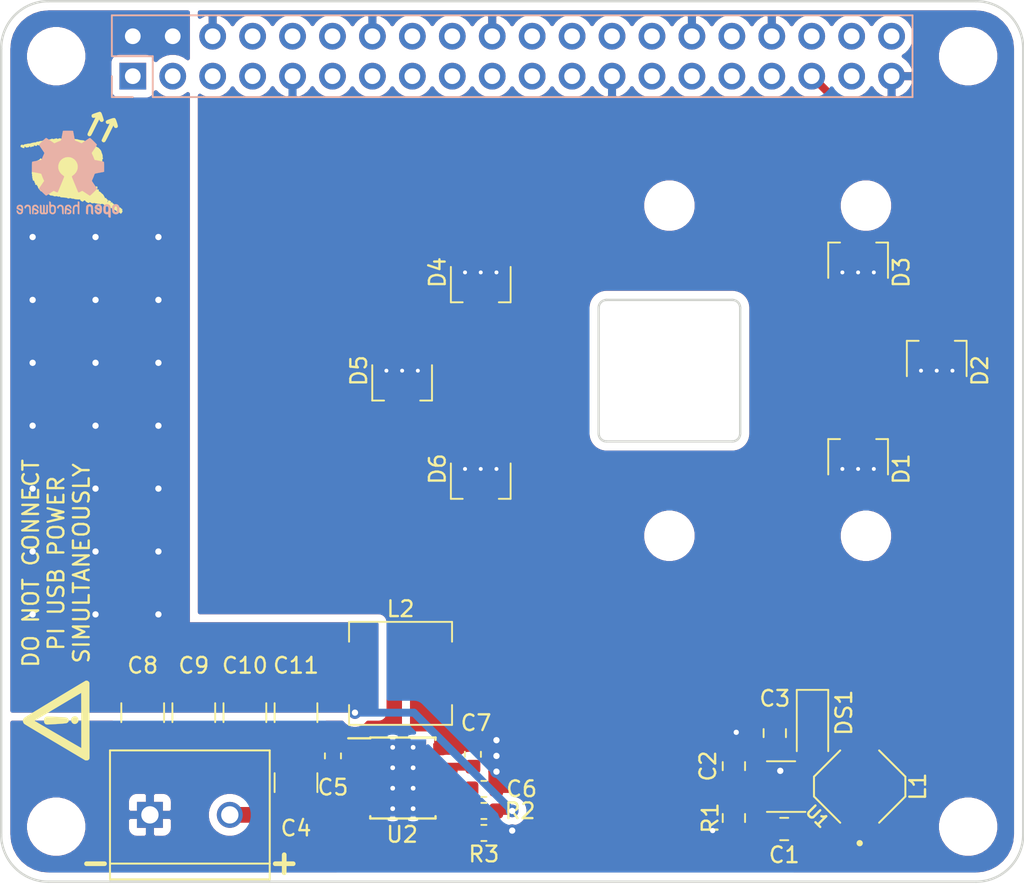
<source format=kicad_pcb>
(kicad_pcb (version 20171130) (host pcbnew 5.1.6)
  (layers (0 F.Cu signal) (31 B.Cu signal) (34 B.Paste user) (35 F.Paste user) (36 B.SilkS user) (37 F.SilkS user) (38 B.Mask user) (39 F.Mask user) (44 Edge.Cuts user))
  (net 0 "")
  (net 1 GND)
  (net 2 /Vpi)
  (net 3 /Vbat)
  (net 4 /STR1)
  (net 5 "Net-(C6-Pad1)")
  (net 6 "Net-(D3-Pad1)")
  (net 7 "Net-(D4-Pad1)")
  (net 8 "Net-(D5-Pad1)")
  (net 9 /FB1)
  (net 10 /DIM)
  (net 11 "Net-(C2-Pad1)")
  (net 12 "Net-(C7-Pad2)")
  (net 13 "Net-(C7-Pad1)")
  (net 14 "Net-(D1-Pad1)")
  (net 15 "Net-(D2-Pad1)")
  (net 16 "Net-(DS1-Pad2)")
  (net 17 "Net-(R2-Pad2)")
  (module pigmice-led-ring:glow_worm_logo (layer F.Cu) (at 154.5 60)
    (fp_text reference G*** hide)
    (fp_text value LOGO hide)
  )
  (module pigmice-led-ring:warning (layer F.Cu) (at 153.5 94.75 90)
    (fp_text reference G*** hide)
    (fp_text value LOGO hide)
  )
  (module pigmice-led-ring:LED_Cree-XP (layer F.Cu) (at 204.5 78.75 270)
    (fp_text reference D1 (at 0 -2.75 90) (layer F.SilkS))
    (fp_text value LED_PAD)
    (pad 3 thru_hole circle (at 0 1 270) (size 0.65 0.65) (drill 0.25) (layers *.Cu) (net 1 GND))
    (pad 3 thru_hole circle (at 0 0 270) (size 0.65 0.65) (drill 0.25) (layers *.Cu) (net 1 GND))
    (pad 3 thru_hole circle (at 0 -1 270) (size 0.65 0.65) (drill 0.25) (layers *.Cu) (net 1 GND))
    (pad 3 smd rect (at 0 0 270) (size 1.3 3.3) (layers F.Cu F.Mask) (net 1 GND))
    (pad 1 smd rect (at -1.4 0 270) (size 0.5 3.3) (layers F.Cu F.Paste F.Mask) (net 14 "Net-(D1-Pad1)"))
    (pad 2 smd rect (at 1.4 0 270) (size 0.5 3.3) (layers F.Cu F.Paste F.Mask) (net 4 /STR1))
  )
  (module pigmice-led-ring:LED_Cree-XP (layer F.Cu) (at 209.5 72.5 270)
    (fp_text reference D2 (at 0 -2.75 90) (layer F.SilkS))
    (fp_text value LED_PAD)
    (pad 3 thru_hole circle (at 0 1 270) (size 0.65 0.65) (drill 0.25) (layers *.Cu) (net 1 GND))
    (pad 3 thru_hole circle (at 0 0 270) (size 0.65 0.65) (drill 0.25) (layers *.Cu) (net 1 GND))
    (pad 3 thru_hole circle (at 0 -1 270) (size 0.65 0.65) (drill 0.25) (layers *.Cu) (net 1 GND))
    (pad 3 smd rect (at 0 0 270) (size 1.3 3.3) (layers F.Cu F.Mask) (net 1 GND))
    (pad 1 smd rect (at -1.4 0 270) (size 0.5 3.3) (layers F.Cu F.Paste F.Mask) (net 15 "Net-(D2-Pad1)"))
    (pad 2 smd rect (at 1.4 0 270) (size 0.5 3.3) (layers F.Cu F.Paste F.Mask) (net 14 "Net-(D1-Pad1)"))
  )
  (module pigmice-led-ring:LED_Cree-XP (layer F.Cu) (at 204.5 66.25 270)
    (fp_text reference D3 (at 0 -2.75 90) (layer F.SilkS))
    (fp_text value LED_PAD)
    (pad 3 thru_hole circle (at 0 1 270) (size 0.65 0.65) (drill 0.25) (layers *.Cu) (net 1 GND))
    (pad 3 thru_hole circle (at 0 0 270) (size 0.65 0.65) (drill 0.25) (layers *.Cu) (net 1 GND))
    (pad 3 thru_hole circle (at 0 -1 270) (size 0.65 0.65) (drill 0.25) (layers *.Cu) (net 1 GND))
    (pad 3 smd rect (at 0 0 270) (size 1.3 3.3) (layers F.Cu F.Mask) (net 1 GND))
    (pad 1 smd rect (at -1.4 0 270) (size 0.5 3.3) (layers F.Cu F.Paste F.Mask) (net 6 "Net-(D3-Pad1)"))
    (pad 2 smd rect (at 1.4 0 270) (size 0.5 3.3) (layers F.Cu F.Paste F.Mask) (net 15 "Net-(D2-Pad1)"))
  )
  (module pigmice-led-ring:LED_Cree-XP (layer F.Cu) (at 180.5 66.25 90)
    (fp_text reference D4 (at 0 -2.75 90) (layer F.SilkS))
    (fp_text value LED_PAD)
    (pad 3 thru_hole circle (at 0 1 90) (size 0.65 0.65) (drill 0.25) (layers *.Cu) (net 1 GND))
    (pad 3 thru_hole circle (at 0 0 90) (size 0.65 0.65) (drill 0.25) (layers *.Cu) (net 1 GND))
    (pad 3 thru_hole circle (at 0 -1 90) (size 0.65 0.65) (drill 0.25) (layers *.Cu) (net 1 GND))
    (pad 3 smd rect (at 0 0 90) (size 1.3 3.3) (layers F.Cu F.Mask) (net 1 GND))
    (pad 1 smd rect (at -1.4 0 90) (size 0.5 3.3) (layers F.Cu F.Paste F.Mask) (net 7 "Net-(D4-Pad1)"))
    (pad 2 smd rect (at 1.4 0 90) (size 0.5 3.3) (layers F.Cu F.Paste F.Mask) (net 6 "Net-(D3-Pad1)"))
  )
  (module pigmice-led-ring:LED_Cree-XP (layer F.Cu) (at 175.499999 72.5 90)
    (fp_text reference D5 (at 0 -2.75 90) (layer F.SilkS))
    (fp_text value LED_PAD)
    (pad 3 thru_hole circle (at 0 1 90) (size 0.65 0.65) (drill 0.25) (layers *.Cu) (net 1 GND))
    (pad 3 thru_hole circle (at 0 0 90) (size 0.65 0.65) (drill 0.25) (layers *.Cu) (net 1 GND))
    (pad 3 thru_hole circle (at 0 -1 90) (size 0.65 0.65) (drill 0.25) (layers *.Cu) (net 1 GND))
    (pad 3 smd rect (at 0 0 90) (size 1.3 3.3) (layers F.Cu F.Mask) (net 1 GND))
    (pad 1 smd rect (at -1.4 0 90) (size 0.5 3.3) (layers F.Cu F.Paste F.Mask) (net 8 "Net-(D5-Pad1)"))
    (pad 2 smd rect (at 1.4 0 90) (size 0.5 3.3) (layers F.Cu F.Paste F.Mask) (net 7 "Net-(D4-Pad1)"))
  )
  (module pigmice-led-ring:LED_Cree-XP (layer F.Cu) (at 180.5 78.75 90)
    (fp_text reference D6 (at 0 -2.75 90) (layer F.SilkS))
    (fp_text value LED_PAD)
    (pad 3 thru_hole circle (at 0 1 90) (size 0.65 0.65) (drill 0.25) (layers *.Cu) (net 1 GND))
    (pad 3 thru_hole circle (at 0 0 90) (size 0.65 0.65) (drill 0.25) (layers *.Cu) (net 1 GND))
    (pad 3 thru_hole circle (at 0 -1 90) (size 0.65 0.65) (drill 0.25) (layers *.Cu) (net 1 GND))
    (pad 3 smd rect (at 0 0 90) (size 1.3 3.3) (layers F.Cu F.Mask) (net 1 GND))
    (pad 1 smd rect (at -1.4 0 90) (size 0.5 3.3) (layers F.Cu F.Paste F.Mask) (net 9 /FB1))
    (pad 2 smd rect (at 1.4 0 90) (size 0.5 3.3) (layers F.Cu F.Paste F.Mask) (net 8 "Net-(D5-Pad1)"))
  )
  (module Symbol:OSHW-Logo2_7.3x6mm_SilkScreen (layer B.Cu) (at 154.25 60 180)
    (fp_text reference REF** hide)
    (fp_text value OSHW-Logo2_7.3x6mm_SilkScreen hide)
  )
  (module MountingHole:MountingHole_2.2mm_M2 (layer F.Cu) (at 192.5 83)
    (fp_text reference REF** hide)
    (fp_text value MountingHole_2.2mm_M2)
    (pad 1 np_thru_hole circle (at 0 0) (size 2.2 2.2) (drill 2.2) (layers *.Cu *.Mask))
  )
  (module MountingHole:MountingHole_2.2mm_M2 (layer F.Cu) (at 205 83)
    (fp_text reference REF** hide)
    (fp_text value MountingHole_2.2mm_M2)
    (pad 1 np_thru_hole circle (at 0 0) (size 2.2 2.2) (drill 2.2) (layers *.Cu *.Mask))
  )
  (module MountingHole:MountingHole_2.2mm_M2 (layer F.Cu) (at 205 62)
    (fp_text reference REF** hide)
    (fp_text value MountingHole_2.2mm_M2)
    (pad 1 np_thru_hole circle (at 0 0) (size 2.2 2.2) (drill 2.2) (layers *.Cu *.Mask))
  )
  (module MountingHole:MountingHole_2.2mm_M2 (layer F.Cu) (at 192.5 62)
    (fp_text reference REF** hide)
    (fp_text value MountingHole_2.2mm_M2)
    (pad 1 np_thru_hole circle (at 0 0) (size 2.2 2.2) (drill 2.2) (layers *.Cu *.Mask))
  )
  (module MountingHole:MountingHole_2.7mm_M2.5 (layer F.Cu) (at 153.5 52.5)
    (fp_text reference REF** hide)
    (fp_text value MountingHole_2.7mm_M2.5)
    (pad 1 np_thru_hole circle (at 0 0) (size 2.7 2.7) (drill 2.7) (layers *.Cu *.Mask))
  )
  (module MountingHole:MountingHole_2.7mm_M2.5 (layer F.Cu) (at 211.5 52.5)
    (fp_text reference REF** hide)
    (fp_text value MountingHole_2.7mm_M2.5)
    (pad 1 np_thru_hole circle (at 0 0) (size 2.7 2.7) (drill 2.7) (layers *.Cu *.Mask))
  )
  (module MountingHole:MountingHole_2.7mm_M2.5 (layer F.Cu) (at 211.5 101.5)
    (fp_text reference REF** hide)
    (fp_text value MountingHole_2.7mm_M2.5)
    (pad 1 np_thru_hole circle (at 0 0) (size 2.7 2.7) (drill 2.7) (layers *.Cu *.Mask))
  )
  (module MountingHole:MountingHole_2.7mm_M2.5 (layer F.Cu) (at 153.5 101.5)
    (fp_text reference REF** hide)
    (fp_text value MountingHole_2.7mm_M2.5)
    (pad 1 np_thru_hole circle (at 0 0) (size 2.7 2.7) (drill 2.7) (layers *.Cu *.Mask))
  )
  (module Package_SO:Texas_HSOP-8-1EP_3.9x4.9mm_P1.27mm_ThermalVias (layer F.Cu) (at 175.55 98.405)
    (fp_text reference U2 (at -0.05 3.595) (layer F.SilkS))
    (fp_text value LMR33630)
    (pad 9 thru_hole circle (at 0.65 1.95) (size 0.6 0.6) (drill 0.3) (layers *.Cu) (net 1 GND))
    (pad 9 thru_hole circle (at 0.65 0.65) (size 0.6 0.6) (drill 0.3) (layers *.Cu) (net 1 GND))
    (pad 9 thru_hole circle (at -0.65 0.65) (size 0.6 0.6) (drill 0.3) (layers *.Cu) (net 1 GND))
    (pad 9 thru_hole circle (at -0.65 1.95) (size 0.6 0.6) (drill 0.3) (layers *.Cu) (net 1 GND))
    (pad 9 thru_hole circle (at 0.65 -1.95) (size 0.6 0.6) (drill 0.3) (layers *.Cu) (net 1 GND))
    (pad 9 thru_hole circle (at 0.65 -0.65) (size 0.6 0.6) (drill 0.3) (layers *.Cu) (net 1 GND))
    (pad 9 thru_hole circle (at -0.65 -0.65) (size 0.6 0.6) (drill 0.3) (layers *.Cu) (net 1 GND))
    (pad 9 thru_hole circle (at -0.65 -1.95) (size 0.6 0.6) (drill 0.3) (layers *.Cu) (net 1 GND))
    (pad 8 smd rect (at 2.7 -1.905) (size 1.55 0.6) (layers F.Cu F.Paste F.Mask) (net 12 "Net-(C7-Pad2)"))
    (pad 7 smd rect (at 2.7 -0.635) (size 1.55 0.6) (layers F.Cu F.Paste F.Mask) (net 13 "Net-(C7-Pad1)"))
    (pad 6 smd rect (at 2.7 0.635) (size 1.55 0.6) (layers F.Cu F.Paste F.Mask) (net 5 "Net-(C6-Pad1)"))
    (pad 5 smd rect (at 2.7 1.905) (size 1.55 0.6) (layers F.Cu F.Paste F.Mask) (net 17 "Net-(R2-Pad2)"))
    (pad 4 smd rect (at -2.7 1.905) (size 1.55 0.6) (layers F.Cu F.Paste F.Mask))
    (pad 3 smd rect (at -2.7 0.635) (size 1.55 0.6) (layers F.Cu F.Paste F.Mask) (net 3 /Vbat))
    (pad 2 smd rect (at -2.7 -0.635) (size 1.55 0.6) (layers F.Cu F.Paste F.Mask) (net 3 /Vbat))
    (pad 1 smd rect (at -2.7 -1.905) (size 1.55 0.6) (layers F.Cu F.Paste F.Mask) (net 1 GND))
    (pad 9 smd rect (at 0 0) (size 2.95 4.9) (layers B.Cu) (net 1 GND))
    (pad 9 smd rect (at 0 0) (size 2.95 4.9) (layers F.Cu) (net 1 GND))
  )
  (module Connector_PinSocket_2.54mm:PinSocket_2x20_P2.54mm_Vertical (layer B.Cu) (at 182.5 52.5 270)
    (fp_text reference J1 hide)
    (fp_text value Conn_02x20_Odd_Even hide)
    (pad 40 thru_hole oval (at -1.27 -24.13 270) (size 1.7 1.7) (drill 1) (layers *.Cu *.Mask))
    (pad 39 thru_hole oval (at 1.27 -24.13 270) (size 1.7 1.7) (drill 1) (layers *.Cu *.Mask) (net 1 GND))
    (pad 38 thru_hole oval (at -1.27 -21.59 270) (size 1.7 1.7) (drill 1) (layers *.Cu *.Mask))
    (pad 37 thru_hole oval (at 1.27 -21.59 270) (size 1.7 1.7) (drill 1) (layers *.Cu *.Mask))
    (pad 36 thru_hole oval (at -1.27 -19.05 270) (size 1.7 1.7) (drill 1) (layers *.Cu *.Mask))
    (pad 35 thru_hole oval (at 1.27 -19.05 270) (size 1.7 1.7) (drill 1) (layers *.Cu *.Mask) (net 10 /DIM))
    (pad 34 thru_hole oval (at -1.27 -16.51 270) (size 1.7 1.7) (drill 1) (layers *.Cu *.Mask) (net 1 GND))
    (pad 33 thru_hole oval (at 1.27 -16.51 270) (size 1.7 1.7) (drill 1) (layers *.Cu *.Mask))
    (pad 32 thru_hole oval (at -1.27 -13.97 270) (size 1.7 1.7) (drill 1) (layers *.Cu *.Mask))
    (pad 31 thru_hole oval (at 1.27 -13.97 270) (size 1.7 1.7) (drill 1) (layers *.Cu *.Mask))
    (pad 30 thru_hole oval (at -1.27 -11.43 270) (size 1.7 1.7) (drill 1) (layers *.Cu *.Mask) (net 1 GND))
    (pad 29 thru_hole oval (at 1.27 -11.43 270) (size 1.7 1.7) (drill 1) (layers *.Cu *.Mask))
    (pad 28 thru_hole oval (at -1.27 -8.89 270) (size 1.7 1.7) (drill 1) (layers *.Cu *.Mask))
    (pad 27 thru_hole oval (at 1.27 -8.89 270) (size 1.7 1.7) (drill 1) (layers *.Cu *.Mask))
    (pad 26 thru_hole oval (at -1.27 -6.35 270) (size 1.7 1.7) (drill 1) (layers *.Cu *.Mask))
    (pad 25 thru_hole oval (at 1.27 -6.35 270) (size 1.7 1.7) (drill 1) (layers *.Cu *.Mask) (net 1 GND))
    (pad 24 thru_hole oval (at -1.27 -3.81 270) (size 1.7 1.7) (drill 1) (layers *.Cu *.Mask))
    (pad 23 thru_hole oval (at 1.27 -3.81 270) (size 1.7 1.7) (drill 1) (layers *.Cu *.Mask))
    (pad 22 thru_hole oval (at -1.27 -1.27 270) (size 1.7 1.7) (drill 1) (layers *.Cu *.Mask))
    (pad 21 thru_hole oval (at 1.27 -1.27 270) (size 1.7 1.7) (drill 1) (layers *.Cu *.Mask))
    (pad 20 thru_hole oval (at -1.27 1.27 270) (size 1.7 1.7) (drill 1) (layers *.Cu *.Mask) (net 1 GND))
    (pad 19 thru_hole oval (at 1.27 1.27 270) (size 1.7 1.7) (drill 1) (layers *.Cu *.Mask))
    (pad 18 thru_hole oval (at -1.27 3.81 270) (size 1.7 1.7) (drill 1) (layers *.Cu *.Mask))
    (pad 17 thru_hole oval (at 1.27 3.81 270) (size 1.7 1.7) (drill 1) (layers *.Cu *.Mask))
    (pad 16 thru_hole oval (at -1.27 6.35 270) (size 1.7 1.7) (drill 1) (layers *.Cu *.Mask))
    (pad 15 thru_hole oval (at 1.27 6.35 270) (size 1.7 1.7) (drill 1) (layers *.Cu *.Mask))
    (pad 14 thru_hole oval (at -1.27 8.89 270) (size 1.7 1.7) (drill 1) (layers *.Cu *.Mask) (net 1 GND))
    (pad 13 thru_hole oval (at 1.27 8.89 270) (size 1.7 1.7) (drill 1) (layers *.Cu *.Mask))
    (pad 12 thru_hole oval (at -1.27 11.43 270) (size 1.7 1.7) (drill 1) (layers *.Cu *.Mask))
    (pad 11 thru_hole oval (at 1.27 11.43 270) (size 1.7 1.7) (drill 1) (layers *.Cu *.Mask))
    (pad 10 thru_hole oval (at -1.27 13.97 270) (size 1.7 1.7) (drill 1) (layers *.Cu *.Mask))
    (pad 9 thru_hole oval (at 1.27 13.97 270) (size 1.7 1.7) (drill 1) (layers *.Cu *.Mask) (net 1 GND))
    (pad 8 thru_hole oval (at -1.27 16.51 270) (size 1.7 1.7) (drill 1) (layers *.Cu *.Mask))
    (pad 7 thru_hole oval (at 1.27 16.51 270) (size 1.7 1.7) (drill 1) (layers *.Cu *.Mask))
    (pad 6 thru_hole oval (at -1.27 19.05 270) (size 1.7 1.7) (drill 1) (layers *.Cu *.Mask) (net 1 GND))
    (pad 5 thru_hole oval (at 1.27 19.05 270) (size 1.7 1.7) (drill 1) (layers *.Cu *.Mask))
    (pad 4 thru_hole oval (at -1.27 21.59 270) (size 1.7 1.7) (drill 1) (layers *.Cu *.Mask) (net 2 /Vpi))
    (pad 3 thru_hole oval (at 1.27 21.59 270) (size 1.7 1.7) (drill 1) (layers *.Cu *.Mask))
    (pad 2 thru_hole oval (at -1.27 24.13 270) (size 1.7 1.7) (drill 1) (layers *.Cu *.Mask) (net 2 /Vpi))
    (pad 1 thru_hole rect (at 1.27 24.13 270) (size 1.7 1.7) (drill 1) (layers *.Cu *.Mask))
  )
  (module Capacitor_SMD:C_0805_2012Metric (layer F.Cu) (at 199.8 101.65 180)
    (fp_text reference C1 (at 0 -1.65) (layer F.SilkS))
    (fp_text value 4.7uF)
    (pad 1 smd roundrect (at -0.9375 0 180) (size 0.975 1.4) (layers F.Cu F.Paste F.Mask) (net 3 /Vbat))
    (pad 2 smd roundrect (at 0.9375 0 180) (size 0.975 1.4) (layers F.Cu F.Paste F.Mask) (net 1 GND))
  )
  (module Capacitor_SMD:C_0805_2012Metric (layer F.Cu) (at 199.2 95.55 270)
    (fp_text reference C3 (at -2.2 0 180) (layer F.SilkS))
    (fp_text value 1uF)
    (pad 2 smd roundrect (at 0.9375 0 270) (size 0.975 1.4) (layers F.Cu F.Paste F.Mask) (net 1 GND))
    (pad 1 smd roundrect (at -0.9375 0 270) (size 0.975 1.4) (layers F.Cu F.Paste F.Mask) (net 4 /STR1))
  )
  (module Capacitor_SMD:C_0805_2012Metric (layer F.Cu) (at 196.600001 97.65 90)
    (fp_text reference C2 (at 0 -1.65 90) (layer F.SilkS))
    (fp_text value 220nF)
    (pad 1 smd roundrect (at -0.9375 0 90) (size 0.975 1.4) (layers F.Cu F.Paste F.Mask) (net 11 "Net-(C2-Pad1)"))
    (pad 2 smd roundrect (at 0.9375 0 90) (size 0.975 1.4) (layers F.Cu F.Paste F.Mask) (net 1 GND))
  )
  (module Capacitor_SMD:C_1210_3225Metric (layer F.Cu) (at 168.75 98.7 90)
    (fp_text reference C4 (at -2.9 0 180) (layer F.SilkS))
    (fp_text value 10uF)
    (pad 2 smd roundrect (at 1.4 0 90) (size 1.25 2.65) (layers F.Cu F.Paste F.Mask) (roundrect_rratio 0.2) (net 1 GND))
    (pad 1 smd roundrect (at -1.4 0 90) (size 1.25 2.65) (layers F.Cu F.Paste F.Mask) (roundrect_rratio 0.2) (net 3 /Vbat))
  )
  (module Capacitor_SMD:C_0603_1608Metric (layer F.Cu) (at 171.1 97 90)
    (fp_text reference C5 (at -2 0 180) (layer F.SilkS))
    (fp_text value 220nF)
    (pad 2 smd roundrect (at 0.7875 0 90) (size 0.875 0.95) (layers F.Cu F.Paste F.Mask) (net 1 GND))
    (pad 1 smd roundrect (at -0.7875 0 90) (size 0.875 0.95) (layers F.Cu F.Paste F.Mask) (net 3 /Vbat))
  )
  (module Capacitor_SMD:C_0603_1608Metric (layer F.Cu) (at 180.7 99.1)
    (fp_text reference C6 (at 2.4 0) (layer F.SilkS))
    (fp_text value 1uF)
    (pad 1 smd roundrect (at -0.7875 0) (size 0.875 0.95) (layers F.Cu F.Paste F.Mask) (net 5 "Net-(C6-Pad1)"))
    (pad 2 smd roundrect (at 0.7875 0) (size 0.875 0.95) (layers F.Cu F.Paste F.Mask) (net 1 GND))
  )
  (module Capacitor_SMD:C_0603_1608Metric (layer F.Cu) (at 180 96.9 90)
    (fp_text reference C7 (at 2 0.2 180) (layer F.SilkS))
    (fp_text value 0.1uF)
    (pad 2 smd roundrect (at 0.7875 0 90) (size 0.875 0.95) (layers F.Cu F.Paste F.Mask) (net 12 "Net-(C7-Pad2)"))
    (pad 1 smd roundrect (at -0.7875 0 90) (size 0.875 0.95) (layers F.Cu F.Paste F.Mask) (net 13 "Net-(C7-Pad1)"))
  )
  (module Capacitor_SMD:C_1210_3225Metric (layer F.Cu) (at 159 94.25 270)
    (fp_text reference C8 (at -3 0 180) (layer F.SilkS))
    (fp_text value 22uF)
    (pad 2 smd roundrect (at 1.4 0 270) (size 1.25 2.65) (layers F.Cu F.Paste F.Mask) (roundrect_rratio 0.2) (net 1 GND))
    (pad 1 smd roundrect (at -1.4 0 270) (size 1.25 2.65) (layers F.Cu F.Paste F.Mask) (roundrect_rratio 0.2) (net 2 /Vpi))
  )
  (module Capacitor_SMD:C_1210_3225Metric (layer F.Cu) (at 162.25 94.25 270)
    (fp_text reference C9 (at -3 0 180) (layer F.SilkS))
    (fp_text value 22uF)
    (pad 1 smd roundrect (at -1.4 0 270) (size 1.25 2.65) (layers F.Cu F.Paste F.Mask) (roundrect_rratio 0.2) (net 2 /Vpi))
    (pad 2 smd roundrect (at 1.4 0 270) (size 1.25 2.65) (layers F.Cu F.Paste F.Mask) (roundrect_rratio 0.2) (net 1 GND))
  )
  (module Capacitor_SMD:C_1210_3225Metric (layer F.Cu) (at 165.5 94.25 270)
    (fp_text reference C10 (at -3 0 180) (layer F.SilkS))
    (fp_text value 22uF)
    (pad 2 smd roundrect (at 1.4 0 270) (size 1.25 2.65) (layers F.Cu F.Paste F.Mask) (roundrect_rratio 0.2) (net 1 GND))
    (pad 1 smd roundrect (at -1.4 0 270) (size 1.25 2.65) (layers F.Cu F.Paste F.Mask) (roundrect_rratio 0.2) (net 2 /Vpi))
  )
  (module Capacitor_SMD:C_1210_3225Metric (layer F.Cu) (at 168.75 94.25 270)
    (fp_text reference C11 (at -3 0 180) (layer F.SilkS))
    (fp_text value 22uF)
    (pad 1 smd roundrect (at -1.4 0 270) (size 1.25 2.65) (layers F.Cu F.Paste F.Mask) (roundrect_rratio 0.2) (net 2 /Vpi))
    (pad 2 smd roundrect (at 1.4 0 270) (size 1.25 2.65) (layers F.Cu F.Paste F.Mask) (roundrect_rratio 0.2) (net 1 GND))
  )
  (module Diode_SMD:D_SOD-123 (layer F.Cu) (at 201.6 95.05 270)
    (fp_text reference DS1 (at -0.8 -2 90) (layer F.SilkS))
    (fp_text value D_Schottky)
    (pad 1 smd rect (at -1.65 0 270) (size 0.9 1.2) (layers F.Cu F.Paste F.Mask) (net 4 /STR1))
    (pad 2 smd rect (at 1.65 0 270) (size 0.9 1.2) (layers F.Cu F.Paste F.Mask) (net 16 "Net-(DS1-Pad2)"))
  )
  (module Inductor_SMD:L_Vishay_IHLP-2525 (layer F.Cu) (at 175.4 91.75 180)
    (fp_text reference L2 (at 0 4.1) (layer F.SilkS))
    (fp_text value 8.2uH)
    (pad 2 smd rect (at 2.921 0 180) (size 2.413 3.429) (layers F.Cu F.Paste F.Mask) (net 2 /Vpi))
    (pad 1 smd rect (at -2.921 0 180) (size 2.413 3.429) (layers F.Cu F.Paste F.Mask) (net 12 "Net-(C7-Pad2)"))
  )
  (module Resistor_SMD:R_0805_2012Metric (layer F.Cu) (at 196.6 100.95 270)
    (fp_text reference R1 (at 0 1.5 90) (layer F.SilkS))
    (fp_text value 0.56Ω)
    (pad 2 smd roundrect (at 0.9375 0 270) (size 0.975 1.4) (layers F.Cu F.Paste F.Mask) (net 1 GND))
    (pad 1 smd roundrect (at -0.9375 0 270) (size 0.975 1.4) (layers F.Cu F.Paste F.Mask) (net 9 /FB1))
  )
  (module Resistor_SMD:R_0603_1608Metric (layer F.Cu) (at 180.7 100.5 180)
    (fp_text reference R2 (at -2.3 0) (layer F.SilkS))
    (fp_text value 100k)
    (pad 1 smd roundrect (at -0.7875 0 180) (size 0.875 0.95) (layers F.Cu F.Paste F.Mask) (net 2 /Vpi))
    (pad 2 smd roundrect (at 0.7875 0 180) (size 0.875 0.95) (layers F.Cu F.Paste F.Mask) (net 17 "Net-(R2-Pad2)"))
  )
  (module Resistor_SMD:R_0603_1608Metric (layer F.Cu) (at 180.7 101.9)
    (fp_text reference R3 (at 0 1.35) (layer F.SilkS))
    (fp_text value 24.9k)
    (pad 1 smd roundrect (at -0.7875 0) (size 0.875 0.95) (layers F.Cu F.Paste F.Mask) (net 17 "Net-(R2-Pad2)"))
    (pad 2 smd roundrect (at 0.7875 0) (size 0.875 0.95) (layers F.Cu F.Paste F.Mask) (net 1 GND))
  )
  (module Package_TO_SOT_SMD:SOT-23-6 (layer F.Cu) (at 199.6 98.95 180)
    (fp_text reference U1 (at -2.3 -1.9 135) (layer F.SilkS) (effects (font (size 0.75 0.75))))
    (fp_text value TPS61165)
    (pad 5 smd rect (at 1.1 0 180) (size 1.06 0.65) (layers F.Cu F.Paste F.Mask) (net 11 "Net-(C2-Pad1)"))
    (pad 6 smd rect (at 1.1 -0.95 180) (size 1.06 0.65) (layers F.Cu F.Paste F.Mask) (net 9 /FB1))
    (pad 4 smd rect (at 1.1 0.95 180) (size 1.06 0.65) (layers F.Cu F.Paste F.Mask) (net 1 GND))
    (pad 3 smd rect (at -1.1 0.95 180) (size 1.06 0.65) (layers F.Cu F.Paste F.Mask) (net 16 "Net-(DS1-Pad2)"))
    (pad 2 smd rect (at -1.1 0 180) (size 1.06 0.65) (layers F.Cu F.Paste F.Mask) (net 10 /DIM))
    (pad 1 smd rect (at -1.1 -0.95 180) (size 1.06 0.65) (layers F.Cu F.Paste F.Mask) (net 3 /Vbat))
  )
  (module pigmice-led-ring:TE_282837-2 (layer F.Cu) (at 162 100.75)
    (fp_text reference J2 hide)
    (fp_text value Conn_01x02_Female)
    (pad 1 thru_hole rect (at -2.54 0) (size 1.65 1.65) (drill 1.1) (layers *.Cu *.Mask) (net 1 GND))
    (pad 2 thru_hole circle (at 2.54 0) (size 1.65 1.65) (drill 1.1) (layers *.Cu *.Mask) (net 3 /Vbat))
  )
  (module pigmice-led-ring:IND_#A915AY-100M=P3 (layer F.Cu) (at 204.6 98.95 90)
    (fp_text reference L1 (at 0 3.7 270) (layer F.SilkS))
    (fp_text value 10uH)
    (pad 1 smd rect (at -2.5 0 90) (size 1 2) (layers F.Cu F.Paste F.Mask) (net 3 /Vbat))
    (pad 2 smd rect (at 2.5 0 90) (size 1 2) (layers F.Cu F.Paste F.Mask) (net 16 "Net-(DS1-Pad2)"))
  )
  (gr_text "DO NOT CONNECT\nPI USB POWER\nSIMULTANEOUSLY" (at 153.5 84.75 90) (layer F.SilkS) (effects (font (size 1 1))))
  (gr_arc (start 188.5 76.5) (end 188 76.5) (angle -90) (layer Edge.Cuts) (width 0.15))
  (gr_arc (start 196.5 76.5) (end 196.5 77) (angle -90) (layer Edge.Cuts) (width 0.15))
  (gr_arc (start 196.5 68.5) (end 197 68.5) (angle -90) (layer Edge.Cuts) (width 0.15))
  (gr_arc (start 188.5 68.5) (end 188.5 68) (angle -90) (layer Edge.Cuts) (width 0.15))
  (gr_text - (at 156 103.75) (layer F.SilkS) (effects (font (size 1.5 1.5) (thickness 0.3))))
  (gr_text + (at 168 103.75) (layer F.SilkS) (effects (font (size 1.5 1.5) (thickness 0.3))))
  (gr_line (start 215 52) (end 215 102) (layer Edge.Cuts) (width 0.15))
  (gr_line (start 150 52) (end 150 102) (layer Edge.Cuts) (width 0.15))
  (gr_line (start 188 76.5) (end 188 68.5) (layer Edge.Cuts) (width 0.15))
  (gr_line (start 196.5 77) (end 188.5 77) (layer Edge.Cuts) (width 0.15))
  (gr_line (start 197 68.5) (end 197 76.5) (layer Edge.Cuts) (width 0.15))
  (gr_line (start 188.5 68) (end 196.5 68) (layer Edge.Cuts) (width 0.15))
  (gr_arc (start 153 102) (end 150 102) (angle -90) (layer Edge.Cuts) (width 0.15))
  (gr_line (start 212 105) (end 153 105) (layer Edge.Cuts) (width 0.15))
  (gr_arc (start 212 102) (end 212 105) (angle -90) (layer Edge.Cuts) (width 0.15))
  (gr_arc (start 212 52) (end 215 52) (angle -90) (layer Edge.Cuts) (width 0.15))
  (gr_line (start 153 49) (end 212 49) (layer Edge.Cuts) (width 0.15))
  (gr_arc (start 153 52) (end 153 49) (angle -90) (layer Edge.Cuts) (width 0.15))
  (via (at 181.5 98) (size 0.8) (drill 0.4) (layers F.Cu B.Cu) (net 1))
  (segment (start 181.4875 99.1) (end 181.4875 98.0125) (width 1) (layer F.Cu) (net 1))
  (segment (start 181.4875 98.0125) (end 181.5 98) (width 1) (layer F.Cu) (net 1))
  (via (at 181.5 97) (size 0.8) (drill 0.4) (layers F.Cu B.Cu) (net 1))
  (via (at 181.5 96) (size 0.8) (drill 0.4) (layers F.Cu B.Cu) (net 1))
  (segment (start 181.5 98) (end 181.5 97) (width 1) (layer F.Cu) (net 1))
  (segment (start 181.5 96) (end 181.5 97) (width 1) (layer F.Cu) (net 1))
  (via (at 199.55 97.95) (size 0.8) (drill 0.4) (layers F.Cu B.Cu) (net 1))
  (segment (start 199.5 98) (end 199.55 97.95) (width 0.5) (layer F.Cu) (net 1))
  (segment (start 198.5 98) (end 199.5 98) (width 0.5) (layer F.Cu) (net 1))
  (segment (start 199.55 96.8375) (end 199.2 96.4875) (width 0.5) (layer F.Cu) (net 1))
  (segment (start 199.55 97.95) (end 199.55 96.8375) (width 0.5) (layer F.Cu) (net 1))
  (segment (start 198.8625 101.65) (end 199.55 100.9625) (width 0.5) (layer F.Cu) (net 1))
  (segment (start 181.4875 101.9) (end 182.35 101.9) (width 0.75) (layer F.Cu) (net 1))
  (segment (start 182.35 101.9) (end 182.5 101.75) (width 0.75) (layer F.Cu) (net 1))
  (via (at 182.5 101.75) (size 0.8) (drill 0.4) (layers F.Cu B.Cu) (net 1))
  (segment (start 199.55 97.95) (end 199.55 100.9625) (width 0.5) (layer F.Cu) (net 1))
  (segment (start 198.625 101.8875) (end 198.8625 101.65) (width 0.5) (layer F.Cu) (net 1))
  (segment (start 196.6 101.8875) (end 198.625 101.8875) (width 0.5) (layer F.Cu) (net 1))
  (via (at 195.25 101.75) (size 0.6858) (drill 0.3302) (layers F.Cu B.Cu) (net 1))
  (segment (start 195.3875 101.8875) (end 195.25 101.75) (width 0.5) (layer F.Cu) (net 1))
  (segment (start 196.6 101.8875) (end 195.3875 101.8875) (width 0.5) (layer F.Cu) (net 1))
  (segment (start 196.825001 96.4875) (end 196.600001 96.7125) (width 0.5) (layer F.Cu) (net 1))
  (segment (start 199.2 96.4875) (end 196.825001 96.4875) (width 0.5) (layer F.Cu) (net 1))
  (via (at 196.75 95.5) (size 0.6858) (drill 0.3302) (layers F.Cu B.Cu) (net 1))
  (segment (start 196.600001 95.649999) (end 196.75 95.5) (width 0.5) (layer F.Cu) (net 1))
  (segment (start 196.600001 96.7125) (end 196.600001 95.649999) (width 0.5) (layer F.Cu) (net 1))
  (segment (start 197.2125 96.7125) (end 198.5 98) (width 0.5) (layer F.Cu) (net 1))
  (segment (start 196.600001 96.7125) (end 197.2125 96.7125) (width 0.5) (layer F.Cu) (net 1))
  (via (at 172.5 94.25) (size 0.8) (drill 0.4) (layers F.Cu B.Cu) (net 2))
  (segment (start 172.479 91.75) (end 172.479 94.229) (width 0.5) (layer F.Cu) (net 2))
  (segment (start 172.479 94.229) (end 172.5 94.25) (width 0.5) (layer F.Cu) (net 2))
  (via (at 182.5 100.5) (size 0.8) (drill 0.4) (layers F.Cu B.Cu) (net 2))
  (segment (start 172.5 94.25) (end 176.25 94.25) (width 0.5) (layer B.Cu) (net 2))
  (segment (start 176.25 94.25) (end 182.5 100.5) (width 0.5) (layer B.Cu) (net 2))
  (segment (start 182.5 100.5) (end 181.4875 100.5) (width 0.5) (layer F.Cu) (net 2))
  (via (at 160 88) (size 0.8) (drill 0.4) (layers F.Cu B.Cu) (net 2))
  (via (at 152 88) (size 0.8) (drill 0.4) (layers F.Cu B.Cu) (net 2))
  (via (at 156 88) (size 0.8) (drill 0.4) (layers F.Cu B.Cu) (net 2))
  (via (at 156 84) (size 0.8) (drill 0.4) (layers F.Cu B.Cu) (net 2))
  (via (at 160 84) (size 0.8) (drill 0.4) (layers F.Cu B.Cu) (net 2))
  (via (at 152 80) (size 0.8) (drill 0.4) (layers F.Cu B.Cu) (net 2))
  (via (at 156 80) (size 0.8) (drill 0.4) (layers F.Cu B.Cu) (net 2))
  (via (at 152 84) (size 0.8) (drill 0.4) (layers F.Cu B.Cu) (net 2))
  (via (at 160 80) (size 0.8) (drill 0.4) (layers F.Cu B.Cu) (net 2))
  (via (at 160 76) (size 0.8) (drill 0.4) (layers F.Cu B.Cu) (net 2))
  (via (at 156 76) (size 0.8) (drill 0.4) (layers F.Cu B.Cu) (net 2))
  (via (at 152 76) (size 0.8) (drill 0.4) (layers F.Cu B.Cu) (net 2))
  (via (at 152 72) (size 0.8) (drill 0.4) (layers F.Cu B.Cu) (net 2))
  (via (at 156 72) (size 0.8) (drill 0.4) (layers F.Cu B.Cu) (net 2))
  (via (at 160 72) (size 0.8) (drill 0.4) (layers F.Cu B.Cu) (net 2))
  (via (at 152 68) (size 0.8) (drill 0.4) (layers F.Cu B.Cu) (net 2))
  (via (at 156 68) (size 0.8) (drill 0.4) (layers F.Cu B.Cu) (net 2))
  (via (at 160 68) (size 0.8) (drill 0.4) (layers F.Cu B.Cu) (net 2))
  (via (at 160 64) (size 0.8) (drill 0.4) (layers F.Cu B.Cu) (net 2))
  (via (at 156 64) (size 0.8) (drill 0.4) (layers F.Cu B.Cu) (net 2))
  (via (at 152 64) (size 0.8) (drill 0.4) (layers F.Cu B.Cu) (net 2))
  (segment (start 200.7375 99.9375) (end 200.7 99.9) (width 0.75) (layer F.Cu) (net 3))
  (segment (start 200.7375 101.65) (end 200.7375 99.9375) (width 0.75) (layer F.Cu) (net 3))
  (segment (start 169.81 99.04) (end 172.85 99.04) (width 1) (layer F.Cu) (net 3))
  (segment (start 168.75 100.1) (end 169.81 99.04) (width 1) (layer F.Cu) (net 3))
  (segment (start 172.8325 97.7875) (end 172.85 97.77) (width 0.75) (layer F.Cu) (net 3))
  (segment (start 171.1 97.7875) (end 172.8325 97.7875) (width 0.75) (layer F.Cu) (net 3))
  (segment (start 172.85 97.77) (end 172.85 99.04) (width 0.75) (layer F.Cu) (net 3))
  (segment (start 168.75 100.1) (end 172.4 103.75) (width 1) (layer F.Cu) (net 3))
  (segment (start 200.7375 102.35) (end 200.7375 101.65) (width 1) (layer F.Cu) (net 3))
  (segment (start 199.3375 103.75) (end 200.7375 102.35) (width 1) (layer F.Cu) (net 3))
  (segment (start 172.4 103.75) (end 199.3375 103.75) (width 1) (layer F.Cu) (net 3))
  (segment (start 200.9375 101.45) (end 200.7375 101.65) (width 1) (layer F.Cu) (net 3))
  (segment (start 204.6 101.45) (end 200.9375 101.45) (width 1) (layer F.Cu) (net 3))
  (segment (start 168.1 100.75) (end 168.75 100.1) (width 1) (layer F.Cu) (net 3))
  (segment (start 164.54 100.75) (end 168.1 100.75) (width 1) (layer F.Cu) (net 3))
  (segment (start 200.4125 93.4) (end 199.2 94.6125) (width 0.5) (layer F.Cu) (net 4))
  (segment (start 201.6 93.4) (end 200.4125 93.4) (width 0.5) (layer F.Cu) (net 4))
  (segment (start 201.6 93.4) (end 201.6 80.65) (width 0.75) (layer F.Cu) (net 4))
  (segment (start 201.6 80.65) (end 202.1 80.15) (width 0.75) (layer F.Cu) (net 4))
  (segment (start 202.1 80.15) (end 204.5 80.15) (width 0.75) (layer F.Cu) (net 4))
  (segment (start 179.8525 99.04) (end 179.9125 99.1) (width 0.5) (layer F.Cu) (net 5))
  (segment (start 178.25 99.04) (end 179.8525 99.04) (width 0.5) (layer F.Cu) (net 5))
  (segment (start 180.5 64.85) (end 204.5 64.85) (width 0.75) (layer F.Cu) (net 6))
  (segment (start 175.499999 71.1) (end 180.5 67.65) (width 0.75) (layer F.Cu) (net 7))
  (segment (start 180.5 77.35) (end 175.499999 73.9) (width 0.75) (layer F.Cu) (net 8))
  (segment (start 198.3875 100.0125) (end 198.5 99.9) (width 0.5) (layer F.Cu) (net 9))
  (segment (start 196.6 100.0125) (end 198.3875 100.0125) (width 0.5) (layer F.Cu) (net 9))
  (segment (start 195.9 100.0125) (end 196.6 100.0125) (width 0.75) (layer F.Cu) (net 9))
  (segment (start 180.5 84.6125) (end 195.9 100.0125) (width 0.75) (layer F.Cu) (net 9))
  (segment (start 180.5 80.15) (end 180.5 84.6125) (width 0.75) (layer F.Cu) (net 9))
  (segment (start 200.7 98.95) (end 200.330002 98.95) (width 0.25) (layer F.Cu) (net 10))
  (segment (start 200.75 99) (end 200.7 98.95) (width 0.5) (layer F.Cu) (net 10))
  (segment (start 204.324322 98.95) (end 212.75 90.524322) (width 0.5) (layer F.Cu) (net 10))
  (segment (start 200.7 98.95) (end 204.324322 98.95) (width 0.5) (layer F.Cu) (net 10))
  (segment (start 212.75 64.97) (end 201.55 53.77) (width 0.5) (layer F.Cu) (net 10))
  (segment (start 212.75 90.524322) (end 212.75 64.97) (width 0.5) (layer F.Cu) (net 10))
  (segment (start 196.962501 98.95) (end 198.5 98.95) (width 0.5) (layer F.Cu) (net 11))
  (segment (start 196.600001 98.5875) (end 196.962501 98.95) (width 0.5) (layer F.Cu) (net 11))
  (segment (start 179.9175 97.77) (end 180 97.6875) (width 0.75) (layer F.Cu) (net 13))
  (segment (start 178.3325 97.6875) (end 178.25 97.77) (width 0.5) (layer F.Cu) (net 13))
  (segment (start 180 97.6875) (end 178.3325 97.6875) (width 0.5) (layer F.Cu) (net 13))
  (segment (start 209.5 73.9) (end 204.5 77.35) (width 0.75) (layer F.Cu) (net 14))
  (segment (start 204.5 67.65) (end 209.5 71.1) (width 0.75) (layer F.Cu) (net 15))
  (segment (start 204.35 96.7) (end 204.6 96.45) (width 0.5) (layer F.Cu) (net 16))
  (segment (start 200.7 98) (end 200.7 97.6) (width 0.5) (layer F.Cu) (net 16))
  (segment (start 200.7 97.6) (end 201.6 96.7) (width 0.5) (layer F.Cu) (net 16))
  (segment (start 201.6 96.7) (end 204.35 96.7) (width 0.5) (layer F.Cu) (net 16))
  (segment (start 179.7225 100.31) (end 179.9125 100.5) (width 0.5) (layer F.Cu) (net 17))
  (segment (start 178.25 100.31) (end 179.7225 100.31) (width 0.5) (layer F.Cu) (net 17))
  (segment (start 179.9125 100.5) (end 179.9125 101.9) (width 0.5) (layer F.Cu) (net 17))
  (zone (net 1) (net_name GND) (layer B.Cu) (connect_pads (clearance 0.508)) (min_thickness 0.254) (fill yes (arc_segments 32) (thermal_gap 0.508) (thermal_bridge_width 0.508))
    (polygon (pts (xy 150 105) (xy 150 49) (xy 215 49) (xy 215 105)))
  )
  (zone (net 1) (net_name GND) (layer F.Cu) (connect_pads (clearance 0.508)) (min_thickness 0.254) (fill yes (arc_segments 32) (thermal_gap 0.508) (thermal_bridge_width 0.508))
    (polygon (pts (xy 215 105) (xy 150 105) (xy 150 49) (xy 215 49)))
  )
  (zone (net 12) (net_name "Net-(C7-Pad2)") (layer F.Cu) (priority 2) (connect_pads yes (clearance 0.508)) (min_thickness 0.254) (fill yes (arc_segments 32) (thermal_gap 0.508) (thermal_bridge_width 0.508) (smoothing fillet) (radius 1))
    (polygon (pts (xy 180.6 97.5) (xy 176 97.5) (xy 176 89.25) (xy 180.6 89.25)))
  )
  (zone (net 2) (net_name /Vpi) (layer F.Cu) (priority 1) (connect_pads yes (clearance 0.508)) (min_thickness 0.254) (fill yes (arc_segments 32) (thermal_gap 0.508) (thermal_bridge_width 0.508))
    (polygon (pts (xy 162 88.5) (xy 174 88.5) (xy 174 94.25) (xy 150 94.25) (xy 150 49) (xy 162 49)))
  )
  (zone (net 2) (net_name /Vpi) (layer B.Cu) (priority 1) (connect_pads yes (clearance 0.508)) (min_thickness 0.254) (fill yes (arc_segments 32) (thermal_gap 0.508) (thermal_bridge_width 0.508))
    (polygon (pts (xy 162 88.5) (xy 174 88.5) (xy 174 94.25) (xy 150 94.25) (xy 150 49) (xy 162 49)))
  )
)
</source>
